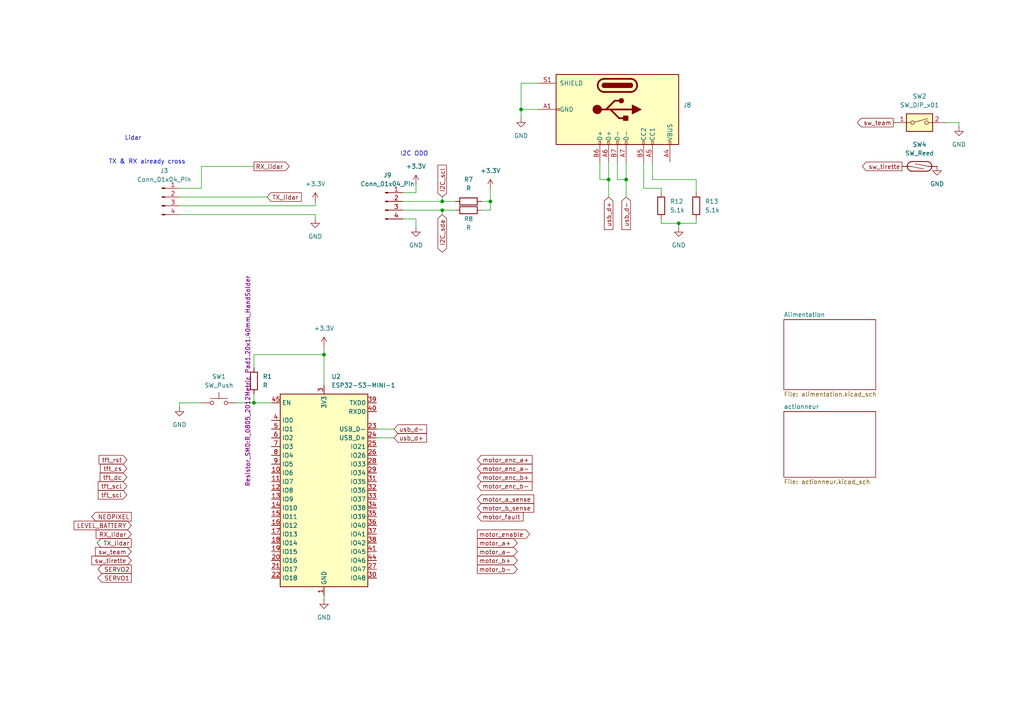
<source format=kicad_sch>
(kicad_sch (version 20250114) (generator "eeschema") (generator_version "9.0")
  (paper "A4")
  (lib_symbols
    (symbol "Connector:Conn_01x04_Pin" (pin_names (offset 1.016) (hide yes))
      (property "Reference" "J" (at 0 5.08 0))
      (property "Value" "Conn_01x04_Pin" (at 0 -7.62 0))
      (symbol "Conn_01x04_Pin_1_1"
        (rectangle (start 0.8636 2.667) (end 0 2.413) (stroke (width 0.1524)) (fill (type outline)))
        (rectangle (start 0.8636 0.127) (end 0 -0.127) (stroke (width 0.1524)) (fill (type outline)))
        (rectangle (start 0.8636 -2.413) (end 0 -2.667) (stroke (width 0.1524)) (fill (type outline)))
        (rectangle (start 0.8636 -4.953) (end 0 -5.207) (stroke (width 0.1524)) (fill (type outline)))
        (polyline (pts (xy 1.27 2.54) (xy 0.8636 2.54)) (stroke (width 0.1524)))
        (polyline (pts (xy 1.27 0) (xy 0.8636 0)) (stroke (width 0.1524)))
        (polyline (pts (xy 1.27 -2.54) (xy 0.8636 -2.54)) (stroke (width 0.1524)))
        (polyline (pts (xy 1.27 -5.08) (xy 0.8636 -5.08)) (stroke (width 0.1524)))
        (pin passive line (at 5.08 2.54 180) (length 3.81) (name "Pin_1") (number "1"))
        (pin passive line (at 5.08 0 180) (length 3.81) (name "Pin_2") (number "2"))
        (pin passive line (at 5.08 -2.54 180) (length 3.81) (name "Pin_3") (number "3"))
        (pin passive line (at 5.08 -5.08 180) (length 3.81) (name "Pin_4") (number "4"))
      )
    )
    (symbol "Connector:USB_C_Receptacle_USB2.0_14P" (pin_names (offset 1.016))
      (property "Reference" "J" (at 0 22.225 0))
      (property "Value" "USB_C_Receptacle_USB2.0_14P" (at 0 19.685 0))
      (symbol "USB_C_Receptacle_USB2.0_14P_0_0"
        (rectangle (start -0.254 -17.78) (end 0.254 -16.764))
        (rectangle (start 10.16 15.494) (end 9.144 14.986))
        (rectangle (start 10.16 10.414) (end 9.144 9.906))
        (rectangle (start 10.16 7.874) (end 9.144 7.366))
        (rectangle (start 10.16 2.794) (end 9.144 2.286))
        (rectangle (start 10.16 0.254) (end 9.144 -0.254))
        (rectangle (start 10.16 -2.286) (end 9.144 -2.794))
        (rectangle (start 10.16 -4.826) (end 9.144 -5.334))
      )
      (symbol "USB_C_Receptacle_USB2.0_14P_0_1"
        (rectangle (start -10.16 17.78) (end 10.16 -17.78) (stroke (width 0.254)) (fill (type background)))
        (polyline (pts (xy -8.89 -3.81) (xy -8.89 3.81)) (stroke (width 0.508)))
        (rectangle (start -7.62 -3.81) (end -6.35 3.81) (stroke (width 0.254)) (fill (type outline)))
        (arc (start -7.62 3.81) (mid -6.985 4.4423) (end -6.35 3.81) (stroke (width 0.254)))
        (arc (start -7.62 3.81) (mid -6.985 4.4423) (end -6.35 3.81) (stroke (width 0.254)) (fill (type outline)))
        (arc (start -8.89 3.81) (mid -6.985 5.7067) (end -5.08 3.81) (stroke (width 0.508)))
        (arc (start -5.08 -3.81) (mid -6.985 -5.7067) (end -8.89 -3.81) (stroke (width 0.508)))
        (arc (start -6.35 -3.81) (mid -6.985 -4.4423) (end -7.62 -3.81) (stroke (width 0.254)))
        (arc (start -6.35 -3.81) (mid -6.985 -4.4423) (end -7.62 -3.81) (stroke (width 0.254)) (fill (type outline)))
        (polyline (pts (xy -5.08 3.81) (xy -5.08 -3.81)) (stroke (width 0.508)))
        (circle (center -2.54 1.143) (radius 0.635) (stroke (width 0.254)) (fill (type outline)))
        (polyline (pts (xy -1.27 4.318) (xy 0 6.858) (xy 1.27 4.318) (xy -1.27 4.318)) (stroke (width 0.254)) (fill (type outline)))
        (polyline (pts (xy 0 -2.032) (xy 2.54 0.508) (xy 2.54 1.778)) (stroke (width 0.508)))
        (polyline (pts (xy 0 -3.302) (xy -2.54 -0.762) (xy -2.54 0.508)) (stroke (width 0.508)))
        (polyline (pts (xy 0 -5.842) (xy 0 4.318)) (stroke (width 0.508)))
        (circle (center 0 -5.842) (radius 1.27) (fill (type outline)))
        (rectangle (start 1.905 1.778) (end 3.175 3.048) (stroke (width 0.254)) (fill (type outline)))
      )
      (symbol "USB_C_Receptacle_USB2.0_14P_1_1"
        (pin passive line (at -7.62 -22.86 90) (length 5.08) (name "SHIELD") (number "S1"))
        (pin passive line (at 0 -22.86 90) (length 5.08) (name "GND") (number "A1"))
        (pin passive line (at 0 -22.86 90) (length 5.08) (hide yes) (name "GND") (number "A12"))
        (pin passive line (at 0 -22.86 90) (length 5.08) (hide yes) (name "GND") (number "B1"))
        (pin passive line (at 0 -22.86 90) (length 5.08) (hide yes) (name "GND") (number "B12"))
        (pin passive line (at 15.24 15.24 180) (length 5.08) (name "VBUS") (number "A4"))
        (pin passive line (at 15.24 15.24 180) (length 5.08) (hide yes) (name "VBUS") (number "A9"))
        (pin passive line (at 15.24 15.24 180) (length 5.08) (hide yes) (name "VBUS") (number "B4"))
        (pin passive line (at 15.24 15.24 180) (length 5.08) (hide yes) (name "VBUS") (number "B9"))
        (pin bidirectional line (at 15.24 10.16 180) (length 5.08) (name "CC1") (number "A5"))
        (pin bidirectional line (at 15.24 7.62 180) (length 5.08) (name "CC2") (number "B5"))
        (pin bidirectional line (at 15.24 2.54 180) (length 5.08) (name "D-") (number "A7"))
        (pin bidirectional line (at 15.24 0 180) (length 5.08) (name "D-") (number "B7"))
        (pin bidirectional line (at 15.24 -2.54 180) (length 5.08) (name "D+") (number "A6"))
        (pin bidirectional line (at 15.24 -5.08 180) (length 5.08) (name "D+") (number "B6"))
      )
    )
    (symbol "Device:R" (pin_numbers (hide yes)) (pin_names (offset 0))
      (property "Reference" "R" (at 2.032 0 90))
      (property "Value" "R" (at 0 0 90))
      (symbol "R_0_1"
        (rectangle (start -1.016 -2.54) (end 1.016 2.54) (stroke (width 0.254)))
      )
      (symbol "R_1_1"
        (pin passive line (at 0 3.81 270) (length 1.27) (name "~") (number "1"))
        (pin passive line (at 0 -3.81 90) (length 1.27) (name "~") (number "2"))
      )
    )
    (symbol "RF_Module:ESP32-S3-MINI-1"
      (property "Reference" "U" (at -11.43 29.21 0))
      (property "Value" "ESP32-S3-MINI-1" (at 12.7 29.21 0))
      (symbol "ESP32-S3-MINI-1_0_1"
        (rectangle (start -12.7 27.94) (end 12.7 -27.94) (stroke (width 0.254)) (fill (type background)))
      )
      (symbol "ESP32-S3-MINI-1_1_1"
        (pin input line (at -15.24 25.4 0) (length 2.54) (name "EN") (number "45"))
        (pin bidirectional line (at -15.24 20.32 0) (length 2.54) (name "IO0") (number "4"))
        (pin bidirectional line (at -15.24 17.78 0) (length 2.54) (name "IO1") (number "5"))
        (pin bidirectional line (at -15.24 15.24 0) (length 2.54) (name "IO2") (number "6"))
        (pin bidirectional line (at -15.24 12.7 0) (length 2.54) (name "IO3") (number "7"))
        (pin bidirectional line (at -15.24 10.16 0) (length 2.54) (name "IO4") (number "8"))
        (pin bidirectional line (at -15.24 7.62 0) (length 2.54) (name "IO5") (number "9"))
        (pin bidirectional line (at -15.24 5.08 0) (length 2.54) (name "IO6") (number "10"))
        (pin bidirectional line (at -15.24 2.54 0) (length 2.54) (name "IO7") (number "11"))
        (pin bidirectional line (at -15.24 0 0) (length 2.54) (name "IO8") (number "12"))
        (pin bidirectional line (at -15.24 -2.54 0) (length 2.54) (name "IO9") (number "13"))
        (pin bidirectional line (at -15.24 -5.08 0) (length 2.54) (name "IO10") (number "14"))
        (pin bidirectional line (at -15.24 -7.62 0) (length 2.54) (name "IO11") (number "15"))
        (pin bidirectional line (at -15.24 -10.16 0) (length 2.54) (name "IO12") (number "16"))
        (pin bidirectional line (at -15.24 -12.7 0) (length 2.54) (name "IO13") (number "17"))
        (pin bidirectional line (at -15.24 -15.24 0) (length 2.54) (name "IO14") (number "18"))
        (pin bidirectional line (at -15.24 -17.78 0) (length 2.54) (name "IO15") (number "19"))
        (pin bidirectional line (at -15.24 -20.32 0) (length 2.54) (name "IO16") (number "20"))
        (pin bidirectional line (at -15.24 -22.86 0) (length 2.54) (name "IO17") (number "21"))
        (pin bidirectional line (at -15.24 -25.4 0) (length 2.54) (name "IO18") (number "22"))
        (pin power_in line (at 0 30.48 270) (length 2.54) (name "3V3") (number "3"))
        (pin power_in line (at 0 -30.48 90) (length 2.54) (name "GND") (number "1"))
        (pin passive line (at 0 -30.48 90) (length 2.54) (hide yes) (name "GND") (number "2"))
        (pin passive line (at 0 -30.48 90) (length 2.54) (hide yes) (name "GND") (number "42"))
        (pin passive line (at 0 -30.48 90) (length 2.54) (hide yes) (name "GND") (number "43"))
        (pin passive line (at 0 -30.48 90) (length 2.54) (hide yes) (name "GND") (number "46"))
        (pin passive line (at 0 -30.48 90) (length 2.54) (hide yes) (name "GND") (number "47"))
        (pin passive line (at 0 -30.48 90) (length 2.54) (hide yes) (name "GND") (number "48"))
        (pin passive line (at 0 -30.48 90) (length 2.54) (hide yes) (name "GND") (number "49"))
        (pin passive line (at 0 -30.48 90) (length 2.54) (hide yes) (name "GND") (number "50"))
        (pin passive line (at 0 -30.48 90) (length 2.54) (hide yes) (name "GND") (number "51"))
        (pin passive line (at 0 -30.48 90) (length 2.54) (hide yes) (name "GND") (number "52"))
        (pin passive line (at 0 -30.48 90) (length 2.54) (hide yes) (name "GND") (number "53"))
        (pin passive line (at 0 -30.48 90) (length 2.54) (hide yes) (name "GND") (number "54"))
        (pin passive line (at 0 -30.48 90) (length 2.54) (hide yes) (name "GND") (number "55"))
        (pin passive line (at 0 -30.48 90) (length 2.54) (hide yes) (name "GND") (number "56"))
        (pin passive line (at 0 -30.48 90) (length 2.54) (hide yes) (name "GND") (number "57"))
        (pin passive line (at 0 -30.48 90) (length 2.54) (hide yes) (name "GND") (number "58"))
        (pin passive line (at 0 -30.48 90) (length 2.54) (hide yes) (name "GND") (number "59"))
        (pin passive line (at 0 -30.48 90) (length 2.54) (hide yes) (name "GND") (number "60"))
        (pin passive line (at 0 -30.48 90) (length 2.54) (hide yes) (name "GND") (number "61"))
        (pin passive line (at 0 -30.48 90) (length 2.54) (hide yes) (name "GND") (number "62"))
        (pin passive line (at 0 -30.48 90) (length 2.54) (hide yes) (name "GND") (number "63"))
        (pin passive line (at 0 -30.48 90) (length 2.54) (hide yes) (name "GND") (number "64"))
        (pin passive line (at 0 -30.48 90) (length 2.54) (hide yes) (name "GND") (number "65"))
        (pin bidirectional line (at 15.24 25.4 180) (length 2.54) (name "TXD0") (number "39"))
        (pin bidirectional line (at 15.24 22.86 180) (length 2.54) (name "RXD0") (number "40"))
        (pin bidirectional line (at 15.24 17.78 180) (length 2.54) (name "USB_D-") (number "23"))
        (pin bidirectional line (at 15.24 15.24 180) (length 2.54) (name "USB_D+") (number "24"))
        (pin bidirectional line (at 15.24 12.7 180) (length 2.54) (name "IO21") (number "25"))
        (pin bidirectional line (at 15.24 10.16 180) (length 2.54) (name "IO26") (number "26"))
        (pin bidirectional line (at 15.24 7.62 180) (length 2.54) (name "IO33") (number "28"))
        (pin bidirectional line (at 15.24 5.08 180) (length 2.54) (name "IO34") (number "29"))
        (pin bidirectional line (at 15.24 2.54 180) (length 2.54) (name "IO35") (number "31"))
        (pin bidirectional line (at 15.24 0 180) (length 2.54) (name "IO36") (number "32"))
        (pin bidirectional line (at 15.24 -2.54 180) (length 2.54) (name "IO37") (number "33"))
        (pin bidirectional line (at 15.24 -5.08 180) (length 2.54) (name "IO38") (number "34"))
        (pin bidirectional line (at 15.24 -7.62 180) (length 2.54) (name "IO39") (number "35"))
        (pin bidirectional line (at 15.24 -10.16 180) (length 2.54) (name "IO40") (number "36"))
        (pin bidirectional line (at 15.24 -12.7 180) (length 2.54) (name "IO41") (number "37"))
        (pin bidirectional line (at 15.24 -15.24 180) (length 2.54) (name "IO42") (number "38"))
        (pin bidirectional line (at 15.24 -17.78 180) (length 2.54) (name "IO45") (number "41"))
        (pin bidirectional line (at 15.24 -20.32 180) (length 2.54) (name "IO46") (number "44"))
        (pin bidirectional line (at 15.24 -22.86 180) (length 2.54) (name "IO47") (number "27"))
        (pin bidirectional line (at 15.24 -25.4 180) (length 2.54) (name "IO48") (number "30"))
      )
    )
    (symbol "Switch:SW_DIP_x01" (pin_names (offset 0) (hide yes))
      (property "Reference" "SW" (at 0 3.81 0))
      (property "Value" "SW_DIP_x01" (at 0 -3.81 0))
      (symbol "SW_DIP_x01_0_0"
        (circle (center -2.032 0) (radius 0.508))
        (polyline (pts (xy -1.524 0.127) (xy 2.3622 1.1684)))
        (circle (center 2.032 0) (radius 0.508))
      )
      (symbol "SW_DIP_x01_0_1"
        (rectangle (start -3.81 2.54) (end 3.81 -2.54) (stroke (width 0.254)) (fill (type background)))
      )
      (symbol "SW_DIP_x01_1_1"
        (pin passive line (at -7.62 0 0) (length 5.08) (name "~") (number "1"))
        (pin passive line (at 7.62 0 180) (length 5.08) (name "~") (number "2"))
      )
    )
    (symbol "Switch:SW_Push" (pin_numbers (hide yes)) (pin_names (offset 1.016) (hide yes))
      (property "Reference" "SW" (at 1.27 2.54 0))
      (property "Value" "SW_Push" (at 0 -1.524 0))
      (symbol "SW_Push_0_1"
        (circle (center -2.032 0) (radius 0.508))
        (polyline (pts (xy 0 1.27) (xy 0 3.048)))
        (circle (center 2.032 0) (radius 0.508))
        (polyline (pts (xy 2.54 1.27) (xy -2.54 1.27)))
        (pin passive line (at -5.08 0 0) (length 2.54) (name "1") (number "1"))
        (pin passive line (at 5.08 0 180) (length 2.54) (name "2") (number "2"))
      )
    )
    (symbol "Switch:SW_Reed" (pin_numbers (hide yes)) (pin_names (offset 0) (hide yes))
      (property "Reference" "SW" (at 0 2.54 0))
      (property "Value" "SW_Reed" (at 0 -2.54 0))
      (symbol "SW_Reed_0_0"
        (polyline (pts (xy -2.54 0) (xy 1.27 0.762)))
        (polyline (pts (xy -2.159 -1.397) (xy 2.286 -1.397)) (stroke (width 0.254)))
        (arc (start -2.159 -1.397) (mid -3.55 0) (end -2.159 1.397) (stroke (width 0.254)))
        (arc (start 2.159 1.397) (mid 3.55 0) (end 2.159 -1.397) (stroke (width 0.254)))
        (polyline (pts (xy 2.159 1.397) (xy -2.159 1.397)) (stroke (width 0.254)))
        (polyline (pts (xy 2.54 0) (xy -1.27 -0.762)))
      )
      (symbol "SW_Reed_1_1"
        (pin passive line (at -5.08 0 0) (length 2.54) (name "1") (number "1"))
        (pin passive line (at 5.08 0 180) (length 2.54) (name "2") (number "2"))
      )
    )
    (symbol "power:+3.3V" (power) (pin_numbers (hide yes)) (pin_names (offset 0) (hide yes))
      (property "Value" "+3.3V" (at 0 3.556 0))
      (symbol "+3.3V_0_1"
        (polyline (pts (xy -0.762 1.27) (xy 0 2.54)))
        (polyline (pts (xy 0 2.54) (xy 0.762 1.27)))
        (polyline (pts (xy 0 0) (xy 0 2.54)))
      )
      (symbol "+3.3V_1_1"
        (pin power_in line (at 0 0 90) (length 0) (name "~") (number "1"))
      )
    )
    (symbol "power:GND" (power) (pin_numbers (hide yes)) (pin_names (offset 0) (hide yes))
      (property "Value" "GND" (at 0 -3.81 0))
      (symbol "GND_0_1"
        (polyline (pts (xy 0 0) (xy 0 -1.27) (xy 1.27 -1.27) (xy 0 -2.54) (xy -1.27 -1.27) (xy 0 -1.27)))
      )
      (symbol "GND_1_1"
        (pin power_in line (at 0 0 270) (length 0) (name "~") (number "1"))
      )
    )
  )
  (text "Lidar\n" (at 38.608 40.132 0) (effects (font (size 1.27 1.27))))
  (text "I2C ODO\n\n" (at 120.142 45.72 0) (effects (font (size 1.27 1.27))))
  (text "TX & RX already cross\n" (at 42.672 46.99 0) (effects (font (size 1.27 1.27))))
  (junction (at 128.27 58.42))
  (junction (at 151.13 31.75))
  (junction (at 196.85 64.77))
  (junction (at 93.98 102.87))
  (junction (at 176.53 52.07))
  (junction (at 142.24 58.42))
  (junction (at 181.61 52.07))
  (junction (at 128.27 60.96))
  (junction (at 73.66 116.84))
  (wire (pts (xy 151.13 34.29) (xy 151.13 31.75)))
  (wire (pts (xy 58.42 48.26) (xy 58.42 54.61)))
  (wire (pts (xy 186.69 54.61) (xy 191.77 54.61)))
  (wire (pts (xy 68.58 116.84) (xy 73.66 116.84)))
  (wire (pts (xy 73.66 114.3) (xy 73.66 116.84)))
  (wire (pts (xy 196.85 64.77) (xy 191.77 64.77)))
  (wire (pts (xy 201.93 64.77) (xy 196.85 64.77)))
  (wire (pts (xy 201.93 52.07) (xy 201.93 55.88)))
  (wire (pts (xy 128.27 58.42) (xy 132.08 58.42)))
  (wire (pts (xy 156.21 24.13) (xy 151.13 24.13)))
  (wire (pts (xy 52.07 59.69) (xy 91.44 59.69)))
  (wire (pts (xy 120.65 63.5) (xy 116.84 63.5)))
  (wire (pts (xy 274.32 35.56) (xy 278.13 35.56)))
  (wire (pts (xy 139.7 58.42) (xy 142.24 58.42)))
  (wire (pts (xy 73.66 116.84) (xy 78.74 116.84)))
  (wire (pts (xy 120.65 53.34) (xy 120.65 55.88)))
  (wire (pts (xy 120.65 55.88) (xy 116.84 55.88)))
  (wire (pts (xy 52.07 57.15) (xy 77.47 57.15)))
  (wire (pts (xy 173.99 52.07) (xy 176.53 52.07)))
  (wire (pts (xy 52.07 116.84) (xy 52.07 118.11)))
  (wire (pts (xy 196.85 66.04) (xy 196.85 64.77)))
  (wire (pts (xy 186.69 46.99) (xy 186.69 54.61)))
  (wire (pts (xy 191.77 64.77) (xy 191.77 63.5)))
  (wire (pts (xy 179.07 52.07) (xy 181.61 52.07)))
  (wire (pts (xy 201.93 63.5) (xy 201.93 64.77)))
  (wire (pts (xy 278.13 35.56) (xy 278.13 36.83)))
  (wire (pts (xy 58.42 116.84) (xy 52.07 116.84)))
  (wire (pts (xy 142.24 60.96) (xy 142.24 58.42)))
  (wire (pts (xy 151.13 24.13) (xy 151.13 31.75)))
  (wire (pts (xy 116.84 60.96) (xy 128.27 60.96)))
  (wire (pts (xy 116.84 58.42) (xy 128.27 58.42)))
  (wire (pts (xy 179.07 46.99) (xy 179.07 52.07)))
  (wire (pts (xy 114.3 124.46) (xy 109.22 124.46)))
  (wire (pts (xy 93.98 102.87) (xy 93.98 111.76)))
  (wire (pts (xy 176.53 52.07) (xy 176.53 46.99)))
  (wire (pts (xy 128.27 60.96) (xy 132.08 60.96)))
  (wire (pts (xy 181.61 52.07) (xy 181.61 57.15)))
  (wire (pts (xy 73.66 106.68) (xy 73.66 102.87)))
  (wire (pts (xy 173.99 46.99) (xy 173.99 52.07)))
  (wire (pts (xy 114.3 127) (xy 109.22 127)))
  (wire (pts (xy 91.44 58.42) (xy 91.44 59.69)))
  (wire (pts (xy 176.53 52.07) (xy 176.53 57.15)))
  (wire (pts (xy 139.7 60.96) (xy 142.24 60.96)))
  (wire (pts (xy 52.07 62.23) (xy 91.44 62.23)))
  (wire (pts (xy 73.66 102.87) (xy 93.98 102.87)))
  (wire (pts (xy 128.27 57.15) (xy 128.27 58.42)))
  (wire (pts (xy 91.44 63.5) (xy 91.44 62.23)))
  (wire (pts (xy 58.42 48.26) (xy 73.66 48.26)))
  (wire (pts (xy 151.13 31.75) (xy 156.21 31.75)))
  (wire (pts (xy 191.77 54.61) (xy 191.77 55.88)))
  (wire (pts (xy 142.24 58.42) (xy 142.24 54.61)))
  (wire (pts (xy 189.23 52.07) (xy 201.93 52.07)))
  (wire (pts (xy 181.61 46.99) (xy 181.61 52.07)))
  (wire (pts (xy 93.98 172.72) (xy 93.98 173.99)))
  (wire (pts (xy 58.42 54.61) (xy 52.07 54.61)))
  (wire (pts (xy 189.23 46.99) (xy 189.23 52.07)))
  (wire (pts (xy 120.65 66.04) (xy 120.65 63.5)))
  (wire (pts (xy 93.98 100.33) (xy 93.98 102.87)))
  (wire (pts (xy 128.27 62.23) (xy 128.27 60.96)))
  (wire (pts (xy 259.08 35.56) (xy 260.35 35.56)))
  (global_label "motor_enc_b-" (shape input) (at 138.43 140.97 0) (property "Intersheetrefs" "${INTERSHEET_REFS}" (effects (hide yes))))
  (global_label "motor_fault" (shape input) (at 138.43 149.86 0) (property "Intersheetrefs" "${INTERSHEET_REFS}" (effects (hide yes))))
  (global_label "I2C_scl" (shape input) (at 128.27 57.15 90) (property "Intersheetrefs" "${INTERSHEET_REFS}" (effects (hide yes))))
  (global_label "sw_team" (shape output) (at 259.08 35.56 180) (property "Intersheetrefs" "${INTERSHEET_REFS}" (effects (hide yes))))
  (global_label "sw_tirette" (shape output) (at 261.62 48.26 180) (property "Intersheetrefs" "${INTERSHEET_REFS}" (effects (hide yes))))
  (global_label "usb_d+" (shape input) (at 176.53 57.15 270) (property "Intersheetrefs" "${INTERSHEET_REFS}" (effects (hide yes))))
  (global_label "TX_lidar" (shape input) (at 77.47 57.15 0) (property "Intersheetrefs" "${INTERSHEET_REFS}" (effects (hide yes))))
  (global_label "tft_dc" (shape input) (at 36.83 138.43 180) (property "Intersheetrefs" "${INTERSHEET_REFS}" (effects (hide yes))))
  (global_label "RX_lidar" (shape output) (at 73.66 48.26 0) (property "Intersheetrefs" "${INTERSHEET_REFS}" (effects (hide yes))))
  (global_label "SERVO1" (shape output) (at 38.1 167.64 180) (property "Intersheetrefs" "${INTERSHEET_REFS}" (effects (hide yes))))
  (global_label "motor_b+" (shape output) (at 138.43 162.56 0) (property "Intersheetrefs" "${INTERSHEET_REFS}" (effects (hide yes))))
  (global_label "motor_a_sense" (shape input) (at 138.43 144.78 0) (property "Intersheetrefs" "${INTERSHEET_REFS}" (effects (hide yes))))
  (global_label "TX_lidar" (shape output) (at 38.1 157.48 180) (property "Intersheetrefs" "${INTERSHEET_REFS}" (effects (hide yes))))
  (global_label "usb_d-" (shape input) (at 114.3 124.46 0) (property "Intersheetrefs" "${INTERSHEET_REFS}" (effects (hide yes))))
  (global_label "motor_enc_b+" (shape input) (at 138.43 138.43 0) (property "Intersheetrefs" "${INTERSHEET_REFS}" (effects (hide yes))))
  (global_label "I2C_sda" (shape bidirectional) (at 128.27 62.23 270) (property "Intersheetrefs" "${INTERSHEET_REFS}" (effects (hide yes))))
  (global_label "motor_a-" (shape output) (at 138.43 160.02 0) (property "Intersheetrefs" "${INTERSHEET_REFS}" (effects (hide yes))))
  (global_label "motor_b_sense" (shape input) (at 138.43 147.32 0) (property "Intersheetrefs" "${INTERSHEET_REFS}" (effects (hide yes))))
  (global_label "tft_cs" (shape input) (at 36.83 135.89 180) (property "Intersheetrefs" "${INTERSHEET_REFS}" (effects (hide yes))))
  (global_label "sw_tirette" (shape input) (at 38.1 162.56 180) (property "Intersheetrefs" "${INTERSHEET_REFS}" (effects (hide yes))))
  (global_label "motor_a+" (shape output) (at 138.43 157.48 0) (property "Intersheetrefs" "${INTERSHEET_REFS}" (effects (hide yes))))
  (global_label "sw_team" (shape input) (at 38.1 160.02 180) (property "Intersheetrefs" "${INTERSHEET_REFS}" (effects (hide yes))))
  (global_label "motor_b-" (shape output) (at 138.43 165.1 0) (property "Intersheetrefs" "${INTERSHEET_REFS}" (effects (hide yes))))
  (global_label "motor_enc_a-" (shape input) (at 138.43 135.89 0) (property "Intersheetrefs" "${INTERSHEET_REFS}" (effects (hide yes))))
  (global_label "motor_enc_a+" (shape input) (at 138.43 133.35 0) (property "Intersheetrefs" "${INTERSHEET_REFS}" (effects (hide yes))))
  (global_label "usb_d-" (shape input) (at 181.61 57.15 270) (property "Intersheetrefs" "${INTERSHEET_REFS}" (effects (hide yes))))
  (global_label "tft_scl" (shape input) (at 36.83 143.51 180) (property "Intersheetrefs" "${INTERSHEET_REFS}" (effects (hide yes))))
  (global_label "tft_scl" (shape input) (at 36.83 140.97 180) (property "Intersheetrefs" "${INTERSHEET_REFS}" (effects (hide yes))))
  (global_label "motor_enable" (shape output) (at 138.43 154.94 0) (property "Intersheetrefs" "${INTERSHEET_REFS}" (effects (hide yes))))
  (global_label "usb_d+" (shape input) (at 114.3 127 0) (property "Intersheetrefs" "${INTERSHEET_REFS}" (effects (hide yes))))
  (global_label "tft_rst" (shape input) (at 36.83 133.35 180) (property "Intersheetrefs" "${INTERSHEET_REFS}" (effects (hide yes))))
  (global_label "SERVO2" (shape output) (at 38.1 165.1 180) (property "Intersheetrefs" "${INTERSHEET_REFS}" (effects (hide yes))))
  (global_label "RX_lidar" (shape input) (at 38.1 154.94 180) (property "Intersheetrefs" "${INTERSHEET_REFS}" (effects (hide yes))))
  (global_label "NEOPIXEL" (shape output) (at 38.1 149.86 180) (property "Intersheetrefs" "${INTERSHEET_REFS}" (effects (hide yes))))
  (global_label "LEVEL_BATTERY" (shape input) (at 38.1 152.4 180) (property "Intersheetrefs" "${INTERSHEET_REFS}" (effects (hide yes))))
  (symbol (lib_id "Device:R") (at 201.93 59.69 0) (unit 1)
    (property "Reference" "R13" (at 204.47 58.4199 0) (effects (justify left)))
    (property "Value" "5.1k" (at 204.47 60.9599 0) (effects (justify left)))
    (property "Footprint" "Resistor_SMD:R_0805_2012Metric_Pad1.20x1.40mm_HandSolder" (effects (hide yes)))
    (property "Description" "Resistor" (effects (hide yes)))
  )
  (symbol (lib_id "Switch:SW_Reed") (at 266.7 48.26 0) (mirror y) (unit 1)
    (property "Reference" "SW4" (at 266.7 41.91 0))
    (property "Value" "SW_Reed" (at 266.7 44.45 0))
    (property "Footprint" "CustomLibrary:SW_REED" (effects (hide yes)))
    (property "Description" "reed switch" (effects (hide yes)))
  )
  (symbol (lib_id "Device:R") (at 191.77 59.69 0) (unit 1)
    (property "Reference" "R12" (at 194.31 58.4199 0) (effects (justify left)))
    (property "Value" "5.1k" (at 194.31 60.9599 0) (effects (justify left)))
    (property "Footprint" "Resistor_SMD:R_0805_2012Metric_Pad1.20x1.40mm_HandSolder" (effects (hide yes)))
    (property "Description" "Resistor" (effects (hide yes)))
  )
  (symbol (lib_id "Device:R") (at 135.89 58.42 90) (unit 1)
    (property "Reference" "R7" (at 135.89 52.07 90))
    (property "Value" "R" (at 135.89 54.61 90))
    (property "Footprint" "Resistor_SMD:R_0805_2012Metric_Pad1.20x1.40mm_HandSolder" (effects (hide yes)))
    (property "Description" "Resistor" (effects (hide yes)))
  )
  (symbol (lib_id "Connector:Conn_01x04_Pin") (at 111.76 58.42 0) (unit 1)
    (property "Reference" "J9" (at 112.395 50.8 0))
    (property "Value" "Conn_01x04_Pin" (at 112.395 53.34 0))
    (property "Footprint" "Connector_JST:JST_XH_B4B-XH-A_1x04_P2.50mm_Vertical" (effects (hide yes)))
    (property "Description" "Generic connector, single row, 01x04, script generated" (effects (hide yes)))
  )
  (symbol (lib_id "power:+3.3V") (at 93.98 100.33 0) (unit 1)
    (property "Reference" "#PWR09" (effects (hide yes)))
    (property "Value" "+3.3V" (at 93.98 95.25 0))
    (property "Description" "Power symbol creates a global label with name \"+3.3V\"" (effects (hide yes)))
  )
  (symbol (lib_id "power:GND") (at 151.13 34.29 0) (unit 1)
    (property "Reference" "#PWR030" (effects (hide yes)))
    (property "Value" "GND" (at 151.13 39.37 0))
    (property "Description" "Power symbol creates a global label with name \"GND\" , ground" (effects (hide yes)))
  )
  (symbol (lib_id "power:GND") (at 278.13 36.83 0) (unit 1)
    (property "Reference" "#PWR031" (effects (hide yes)))
    (property "Value" "GND" (at 278.13 41.91 0))
    (property "Description" "Power symbol creates a global label with name \"GND\" , ground" (effects (hide yes)))
  )
  (symbol (lib_id "Switch:SW_Push") (at 63.5 116.84 0) (unit 1)
    (property "Reference" "SW1" (at 63.5 109.22 0))
    (property "Value" "SW_Push" (at 63.5 111.76 0))
    (property "Footprint" "Button_Switch_THT:SW_Tactile_SPST_Angled_PTS645Vx39-2LFS" (effects (hide yes)))
    (property "Description" "Push button switch, generic, two pins" (effects (hide yes)))
  )
  (symbol (lib_id "power:GND") (at 52.07 118.11 0) (unit 1)
    (property "Reference" "#PWR014" (effects (hide yes)))
    (property "Value" "GND" (at 52.07 123.19 0))
    (property "Description" "Power symbol creates a global label with name \"GND\" , ground" (effects (hide yes)))
  )
  (symbol (lib_id "power:GND") (at 196.85 66.04 0) (unit 1)
    (property "Reference" "#PWR034" (effects (hide yes)))
    (property "Value" "GND" (at 196.85 71.12 0))
    (property "Description" "Power symbol creates a global label with name \"GND\" , ground" (effects (hide yes)))
  )
  (symbol (lib_id "Connector:Conn_01x04_Pin") (at 46.99 57.15 0) (unit 1)
    (property "Reference" "J3" (at 47.625 49.53 0))
    (property "Value" "Conn_01x04_Pin" (at 47.625 52.07 0))
    (property "Footprint" "Connector_JST:JST_XH_B4B-XH-A_1x04_P2.50mm_Vertical" (effects (hide yes)))
    (property "Description" "Generic connector, single row, 01x04, script generated" (effects (hide yes)))
  )
  (symbol (lib_id "power:+3.3V") (at 120.65 53.34 0) (unit 1)
    (property "Reference" "#PWR033" (effects (hide yes)))
    (property "Value" "+3.3V" (at 120.65 48.26 0))
    (property "Description" "Power symbol creates a global label with name \"+3.3V\"" (effects (hide yes)))
  )
  (symbol (lib_id "power:GND") (at 91.44 63.5 0) (unit 1)
    (property "Reference" "#PWR012" (effects (hide yes)))
    (property "Value" "GND" (at 91.44 68.58 0))
    (property "Description" "Power symbol creates a global label with name \"GND\" , ground" (effects (hide yes)))
  )
  (symbol (lib_id "Device:R") (at 73.66 110.49 0) (unit 1)
    (property "Reference" "R1" (at 76.2 109.2199 0) (effects (justify left)))
    (property "Value" "R" (at 76.2 111.7599 0) (effects (justify left)))
    (property "Footprint" "Resistor_SMD:R_0805_2012Metric_Pad1.20x1.40mm_HandSolder" (at 71.882 110.49 90))
    (property "Description" "Resistor" (effects (hide yes)))
  )
  (symbol (lib_id "power:GND") (at 120.65 66.04 0) (unit 1)
    (property "Reference" "#PWR032" (effects (hide yes)))
    (property "Value" "GND" (at 120.65 71.12 0))
    (property "Description" "Power symbol creates a global label with name \"GND\" , ground" (effects (hide yes)))
  )
  (symbol (lib_id "Connector:USB_C_Receptacle_USB2.0_14P") (at 179.07 31.75 270) (unit 1)
    (property "Reference" "J8" (at 198.12 30.4799 90) (effects (justify left)))
    (property "Value" "USB_C_Receptacle_USB2.0_14P" (effects (hide yes)))
    (property "Footprint" "Connector_USB:USB_C_Receptacle_GCT_USB4105-xx-A_16P_TopMnt_Horizontal" (effects (hide yes)))
    (property "Datasheet" "https://www.usb.org/sites/default/files/documents/usb_type-c.zip" (effects (hide yes)))
    (property "Description" "USB 2.0-only 14P Type-C Receptacle connector" (effects (hide yes)))
  )
  (symbol (lib_id "power:+3.3V") (at 91.44 58.42 0) (unit 1)
    (property "Reference" "#PWR013" (effects (hide yes)))
    (property "Value" "+3.3V" (at 91.44 53.34 0))
    (property "Description" "Power symbol creates a global label with name \"+3.3V\"" (effects (hide yes)))
  )
  (symbol (lib_id "power:+3.3V") (at 142.24 54.61 0) (unit 1)
    (property "Reference" "#PWR019" (effects (hide yes)))
    (property "Value" "+3.3V" (at 142.24 49.53 0))
    (property "Description" "Power symbol creates a global label with name \"+3.3V\"" (effects (hide yes)))
  )
  (symbol (lib_id "RF_Module:ESP32-S3-MINI-1") (at 93.98 142.24 0) (unit 1)
    (property "Reference" "U2" (at 96.1233 109.22 0) (effects (justify left)))
    (property "Value" "ESP32-S3-MINI-1" (at 96.1233 111.76 0) (effects (justify left)))
    (property "Footprint" "RF_Module:ESP32-S2-MINI-1" (effects (hide yes)))
    (property "Datasheet" "https://www.espressif.com/sites/default/files/documentation/esp32-s3-mini-1_mini-1u_datasheet_en.pdf" (effects (hide yes)))
    (property "Description" "RF Module, ESP32-S3 SoC, Wi-Fi 802.11b/g/n, Bluetooth, BLE, 32-bit, 3.3V, SMD, onboard antenna" (effects (hide yes)))
  )
  (symbol (lib_id "Device:R") (at 135.89 60.96 270) (unit 1)
    (property "Reference" "R8" (at 135.89 63.5 90))
    (property "Value" "R" (at 135.89 66.04 90))
    (property "Footprint" "Resistor_SMD:R_0805_2012Metric_Pad1.20x1.40mm_HandSolder" (effects (hide yes)))
    (property "Description" "Resistor" (effects (hide yes)))
  )
  (symbol (lib_id "Switch:SW_DIP_x01") (at 266.7 35.56 0) (unit 1)
    (property "Reference" "SW2" (at 266.7 27.94 0))
    (property "Value" "SW_DIP_x01" (at 266.7 30.48 0))
    (property "Footprint" "Connector_JST:JST_XH_B2B-XH-A_1x02_P2.50mm_Vertical" (effects (hide yes)))
    (property "Description" "1x DIP Switch, Single Pole Single Throw (SPST) switch, small symbol" (effects (hide yes)))
  )
  (symbol (lib_id "power:GND") (at 271.78 48.26 0) (mirror y) (unit 1)
    (property "Reference" "#PWR029" (effects (hide yes)))
    (property "Value" "GND" (at 271.78 53.34 0))
  )
  (symbol (lib_id "power:GND") (at 93.98 173.99 0) (unit 1)
    (property "Reference" "#PWR015" (effects (hide yes)))
    (property "Value" "GND" (at 93.98 179.07 0))
    (property "Description" "Power symbol creates a global label with name \"GND\" , ground" (effects (hide yes)))
  )
  (sheet (at 227.33 92.71) (size 26.67 20.32) (stroke (width 0.1524))
    (property "Sheetname" "Alimentation" (at 227.33 91.9984 0) (effects (justify left bottom)))
    (property "Sheetfile" "alimentation.kicad_sch" (at 227.33 113.6146 0) (effects (justify left top)))
  )
  (sheet (at 227.33 119.38) (size 26.67 19.05) (stroke (width 0.1524))
    (property "Sheetname" "actionneur" (at 227.33 118.6684 0) (effects (justify left bottom)))
    (property "Sheetfile" "actionneur.kicad_sch" (at 227.33 139.0146 0) (effects (justify left top)))
  )
)
</source>
